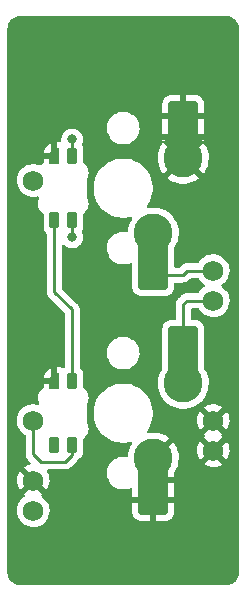
<source format=gbr>
%TF.GenerationSoftware,KiCad,Pcbnew,(6.0.7-1)-1*%
%TF.CreationDate,2022-12-25T16:24:34+07:00*%
%TF.ProjectId,pcb,7063622e-6b69-4636-9164-5f7063625858,rev?*%
%TF.SameCoordinates,Original*%
%TF.FileFunction,Copper,L1,Top*%
%TF.FilePolarity,Positive*%
%FSLAX46Y46*%
G04 Gerber Fmt 4.6, Leading zero omitted, Abs format (unit mm)*
G04 Created by KiCad (PCBNEW (6.0.7-1)-1) date 2022-12-25 16:24:34*
%MOMM*%
%LPD*%
G01*
G04 APERTURE LIST*
G04 Aperture macros list*
%AMRoundRect*
0 Rectangle with rounded corners*
0 $1 Rounding radius*
0 $2 $3 $4 $5 $6 $7 $8 $9 X,Y pos of 4 corners*
0 Add a 4 corners polygon primitive as box body*
4,1,4,$2,$3,$4,$5,$6,$7,$8,$9,$2,$3,0*
0 Add four circle primitives for the rounded corners*
1,1,$1+$1,$2,$3*
1,1,$1+$1,$4,$5*
1,1,$1+$1,$6,$7*
1,1,$1+$1,$8,$9*
0 Add four rect primitives between the rounded corners*
20,1,$1+$1,$2,$3,$4,$5,0*
20,1,$1+$1,$4,$5,$6,$7,0*
20,1,$1+$1,$6,$7,$8,$9,0*
20,1,$1+$1,$8,$9,$2,$3,0*%
%AMFreePoly0*
4,1,18,-0.410000,0.265000,0.000000,0.675000,0.328000,0.675000,0.359380,0.668758,0.385983,0.650983,0.403758,0.624380,0.410000,0.593000,0.410000,-0.593000,0.403758,-0.624380,0.385983,-0.650983,0.359380,-0.668758,0.328000,-0.675000,-0.328000,-0.675000,-0.359380,-0.668758,-0.385983,-0.650983,-0.403758,-0.624380,-0.410000,-0.593000,-0.410000,0.265000,-0.410000,0.265000,$1*%
G04 Aperture macros list end*
%TA.AperFunction,ComponentPad*%
%ADD10C,1.752600*%
%TD*%
%TA.AperFunction,SMDPad,CuDef*%
%ADD11RoundRect,0.250000X-1.000000X1.025000X-1.000000X-1.025000X1.000000X-1.025000X1.000000X1.025000X0*%
%TD*%
%TA.AperFunction,ComponentPad*%
%ADD12C,3.300000*%
%TD*%
%TA.AperFunction,SMDPad,CuDef*%
%ADD13R,2.500000X1.650000*%
%TD*%
%TA.AperFunction,SMDPad,CuDef*%
%ADD14RoundRect,0.082000X-0.328000X-0.593000X0.328000X-0.593000X0.328000X0.593000X-0.328000X0.593000X0*%
%TD*%
%TA.AperFunction,SMDPad,CuDef*%
%ADD15FreePoly0,0.000000*%
%TD*%
%TA.AperFunction,ViaPad*%
%ADD16C,0.800000*%
%TD*%
%TA.AperFunction,Conductor*%
%ADD17C,0.250000*%
%TD*%
G04 APERTURE END LIST*
D10*
%TO.P,U1,3,GND*%
%TO.N,GND*%
X136525000Y-83343750D03*
%TO.P,U1,4,GND*%
X136525000Y-80803750D03*
%TO.P,U1,8,5/PC6*%
%TO.N,sw2*%
X136525000Y-70643750D03*
%TO.P,U1,9,6/PD7*%
%TO.N,sw1*%
X136525000Y-68103750D03*
%TO.P,U1,13,10/PB6*%
%TO.N,led 1*%
X121285000Y-60483750D03*
%TO.P,U1,21,VCC*%
%TO.N,vcc1*%
X121285000Y-80803750D03*
%TO.P,U1,23,GND*%
%TO.N,GND*%
X121285000Y-85883750D03*
%TO.P,U1,24,RAW*%
%TO.N,unconnected-(U1-Pad24)*%
X121285000Y-88423750D03*
%TD*%
D11*
%TO.P,SW2,1,1*%
%TO.N,GND*%
X131445000Y-87528750D03*
D12*
X131445000Y-83978750D03*
D13*
X131445000Y-85803750D03*
D12*
%TO.P,SW2,2,2*%
%TO.N,sw2*%
X133985000Y-77628750D03*
D11*
X133985000Y-74078750D03*
D13*
X133985000Y-75828750D03*
%TD*%
D14*
%TO.P,LED1,1,VDD*%
%TO.N,vcc1*%
X124575000Y-63843750D03*
%TO.P,LED1,2,DOUT*%
%TO.N,led 2*%
X123075000Y-63843750D03*
%TO.P,LED1,3,DIN*%
%TO.N,led 1*%
X124575000Y-58393750D03*
D15*
%TO.P,LED1,4,VSS*%
%TO.N,GND*%
X123075000Y-58393750D03*
%TD*%
D11*
%TO.P,SW1,1,1*%
%TO.N,sw1*%
X131445000Y-68478750D03*
D13*
X131445000Y-66753750D03*
D12*
X131445000Y-64928750D03*
D11*
%TO.P,SW1,2,2*%
%TO.N,GND*%
X133985000Y-55028750D03*
D12*
X133985000Y-58578750D03*
D13*
X133985000Y-56778750D03*
%TD*%
D14*
%TO.P,LED2,1,VDD*%
%TO.N,vcc1*%
X124575000Y-82893750D03*
%TO.P,LED2,2,DOUT*%
%TO.N,unconnected-(LED2-Pad2)*%
X123075000Y-82893750D03*
%TO.P,LED2,3,DIN*%
%TO.N,led 2*%
X124575000Y-77443750D03*
D15*
%TO.P,LED2,4,VSS*%
%TO.N,GND*%
X123075000Y-77443750D03*
%TD*%
D16*
%TO.N,vcc1*%
X124575000Y-65290000D03*
%TO.N,led 1*%
X124575000Y-56991250D03*
%TD*%
D17*
%TO.N,vcc1*%
X124575000Y-82893750D02*
X124575000Y-83705000D01*
X123983750Y-84296250D02*
X121920000Y-84296250D01*
X124575000Y-63843750D02*
X124575000Y-65290000D01*
X121285000Y-83661250D02*
X121285000Y-80803750D01*
X124575000Y-83705000D02*
X123983750Y-84296250D01*
X121920000Y-84296250D02*
X121285000Y-83661250D01*
%TO.N,led 2*%
X124575000Y-77443750D02*
X124575000Y-71393750D01*
X123075000Y-63843750D02*
X123075000Y-69893750D01*
X124575000Y-71393750D02*
X123075000Y-69893750D01*
%TO.N,led 1*%
X124575000Y-58393750D02*
X124575000Y-56991250D01*
%TO.N,sw1*%
X136525000Y-68103750D02*
X134331250Y-68103750D01*
X131445000Y-68478750D02*
X133956250Y-68478750D01*
X133956250Y-68478750D02*
X134331250Y-68103750D01*
%TO.N,sw2*%
X133985000Y-74078750D02*
X133985000Y-70961250D01*
X133985000Y-70961250D02*
X134302500Y-70643750D01*
X134302500Y-70643750D02*
X136525000Y-70643750D01*
%TD*%
%TA.AperFunction,Conductor*%
%TO.N,GND*%
G36*
X137606265Y-46547501D02*
G01*
X137619319Y-46549534D01*
X137629958Y-46551191D01*
X137642635Y-46549534D01*
X137669948Y-46548951D01*
X137759835Y-46556818D01*
X137812614Y-46561437D01*
X137834243Y-46565251D01*
X137994623Y-46608229D01*
X138015245Y-46615735D01*
X138165737Y-46685914D01*
X138184745Y-46696890D01*
X138320754Y-46792128D01*
X138337578Y-46806246D01*
X138454979Y-46923651D01*
X138469096Y-46940476D01*
X138564324Y-47076480D01*
X138575305Y-47095500D01*
X138645464Y-47245957D01*
X138645472Y-47245975D01*
X138652984Y-47266614D01*
X138695954Y-47426987D01*
X138699768Y-47448615D01*
X138711665Y-47584598D01*
X138711118Y-47600872D01*
X138711550Y-47600877D01*
X138711440Y-47609853D01*
X138710059Y-47618724D01*
X138711223Y-47627626D01*
X138711223Y-47627628D01*
X138714186Y-47650283D01*
X138715250Y-47666621D01*
X138715250Y-93613133D01*
X138713750Y-93632518D01*
X138711440Y-93647351D01*
X138711440Y-93647355D01*
X138710059Y-93656224D01*
X138711716Y-93668898D01*
X138712300Y-93696211D01*
X138699816Y-93838893D01*
X138696003Y-93860521D01*
X138653036Y-94020886D01*
X138653031Y-94020903D01*
X138645522Y-94041536D01*
X138575360Y-94192000D01*
X138575348Y-94192026D01*
X138564367Y-94211045D01*
X138469134Y-94347056D01*
X138455017Y-94363881D01*
X138337610Y-94481292D01*
X138320786Y-94495410D01*
X138184776Y-94590649D01*
X138165756Y-94601630D01*
X138015271Y-94671807D01*
X137994632Y-94679320D01*
X137834249Y-94722299D01*
X137812620Y-94726113D01*
X137733188Y-94733065D01*
X137677047Y-94737978D01*
X137660360Y-94737417D01*
X137660355Y-94737799D01*
X137651380Y-94737690D01*
X137642510Y-94736309D01*
X137633610Y-94737473D01*
X137633608Y-94737473D01*
X137610956Y-94740436D01*
X137594615Y-94741500D01*
X120223125Y-94741500D01*
X120203735Y-94739999D01*
X120188916Y-94737691D01*
X120180042Y-94736309D01*
X120167365Y-94737966D01*
X120140052Y-94738549D01*
X120050165Y-94730682D01*
X119997386Y-94726063D01*
X119975758Y-94722249D01*
X119940232Y-94712729D01*
X119815377Y-94679271D01*
X119794755Y-94671765D01*
X119644263Y-94601586D01*
X119625255Y-94590610D01*
X119489244Y-94495370D01*
X119472422Y-94481254D01*
X119355021Y-94363849D01*
X119340904Y-94347024D01*
X119245676Y-94211020D01*
X119234695Y-94192000D01*
X119195637Y-94108239D01*
X119164527Y-94041522D01*
X119157016Y-94020886D01*
X119114046Y-93860513D01*
X119110232Y-93838885D01*
X119098335Y-93702902D01*
X119098882Y-93686628D01*
X119098450Y-93686623D01*
X119098560Y-93677647D01*
X119099941Y-93668776D01*
X119095814Y-93637214D01*
X119094750Y-93620879D01*
X119094750Y-88389800D01*
X119895869Y-88389800D01*
X119896166Y-88394952D01*
X119896166Y-88394956D01*
X119900983Y-88478490D01*
X119908977Y-88617137D01*
X119910112Y-88622174D01*
X119910113Y-88622180D01*
X119928317Y-88702956D01*
X119959039Y-88839281D01*
X119960983Y-88844067D01*
X119960984Y-88844072D01*
X120033054Y-89021557D01*
X120044711Y-89050265D01*
X120163692Y-89244424D01*
X120312786Y-89416543D01*
X120487989Y-89561999D01*
X120492441Y-89564601D01*
X120492446Y-89564604D01*
X120586540Y-89619588D01*
X120684597Y-89676888D01*
X120897329Y-89758122D01*
X120902395Y-89759153D01*
X120902396Y-89759153D01*
X120954630Y-89769780D01*
X121120472Y-89803521D01*
X121248288Y-89808208D01*
X121342870Y-89811677D01*
X121342875Y-89811677D01*
X121348034Y-89811866D01*
X121353154Y-89811210D01*
X121353156Y-89811210D01*
X121425344Y-89801962D01*
X121573903Y-89782931D01*
X121578852Y-89781446D01*
X121578858Y-89781445D01*
X121705204Y-89743539D01*
X121792013Y-89717495D01*
X121996507Y-89617314D01*
X122000711Y-89614316D01*
X122000715Y-89614313D01*
X122078683Y-89558699D01*
X122181893Y-89485080D01*
X122343193Y-89324342D01*
X122361484Y-89298888D01*
X122473055Y-89143619D01*
X122476073Y-89139419D01*
X122528690Y-89032958D01*
X122574673Y-88939918D01*
X122574674Y-88939916D01*
X122576967Y-88935276D01*
X122643164Y-88717396D01*
X122655700Y-88622180D01*
X122658509Y-88600845D01*
X129687001Y-88600845D01*
X129687338Y-88607364D01*
X129697257Y-88702956D01*
X129700149Y-88716350D01*
X129751588Y-88870534D01*
X129757761Y-88883712D01*
X129843063Y-89021557D01*
X129852099Y-89032958D01*
X129966829Y-89147489D01*
X129978240Y-89156501D01*
X130116243Y-89241566D01*
X130129424Y-89247713D01*
X130283710Y-89298888D01*
X130297086Y-89301755D01*
X130391438Y-89311422D01*
X130397854Y-89311750D01*
X131172885Y-89311750D01*
X131188124Y-89307275D01*
X131189329Y-89305885D01*
X131191000Y-89298202D01*
X131191000Y-89293634D01*
X131699000Y-89293634D01*
X131703475Y-89308873D01*
X131704865Y-89310078D01*
X131712548Y-89311749D01*
X132492095Y-89311749D01*
X132498614Y-89311412D01*
X132594206Y-89301493D01*
X132607600Y-89298601D01*
X132761784Y-89247162D01*
X132774962Y-89240989D01*
X132912807Y-89155687D01*
X132924208Y-89146651D01*
X133038739Y-89031921D01*
X133047751Y-89020510D01*
X133132816Y-88882507D01*
X133138963Y-88869326D01*
X133190138Y-88715040D01*
X133193005Y-88701664D01*
X133202672Y-88607312D01*
X133203000Y-88600896D01*
X133203000Y-87800865D01*
X133198525Y-87785626D01*
X133197135Y-87784421D01*
X133189452Y-87782750D01*
X131717115Y-87782750D01*
X131701876Y-87787225D01*
X131700671Y-87788615D01*
X131699000Y-87796298D01*
X131699000Y-89293634D01*
X131191000Y-89293634D01*
X131191000Y-87800865D01*
X131186525Y-87785626D01*
X131185135Y-87784421D01*
X131177452Y-87782750D01*
X129705116Y-87782750D01*
X129689877Y-87787225D01*
X129688672Y-87788615D01*
X129687001Y-87796298D01*
X129687001Y-88600845D01*
X122658509Y-88600845D01*
X122672450Y-88494951D01*
X122672451Y-88494944D01*
X122672887Y-88491629D01*
X122674546Y-88423750D01*
X122667179Y-88334143D01*
X122656311Y-88201952D01*
X122656310Y-88201946D01*
X122655887Y-88196801D01*
X122600413Y-87975947D01*
X122598354Y-87971211D01*
X122511672Y-87771856D01*
X122511670Y-87771853D01*
X122509612Y-87767119D01*
X122385923Y-87575925D01*
X122232668Y-87407500D01*
X122053963Y-87266368D01*
X122046849Y-87262441D01*
X122046006Y-87261590D01*
X122045131Y-87261009D01*
X122045251Y-87260828D01*
X121996876Y-87212011D01*
X121982100Y-87142569D01*
X122007214Y-87076163D01*
X122034568Y-87049552D01*
X122053103Y-87036331D01*
X122061504Y-87025631D01*
X122054515Y-87012475D01*
X121297812Y-86255772D01*
X121283868Y-86248158D01*
X121282035Y-86248289D01*
X121275420Y-86252540D01*
X120512510Y-87015450D01*
X120505750Y-87027830D01*
X120511031Y-87034884D01*
X120525698Y-87043455D01*
X120574422Y-87095093D01*
X120587493Y-87164876D01*
X120560762Y-87230648D01*
X120537781Y-87253003D01*
X120366579Y-87381545D01*
X120362444Y-87384650D01*
X120205120Y-87549280D01*
X120202206Y-87553552D01*
X120202205Y-87553553D01*
X120130928Y-87658042D01*
X120076797Y-87737395D01*
X119980921Y-87943942D01*
X119920067Y-88163375D01*
X119895869Y-88389800D01*
X119094750Y-88389800D01*
X119094750Y-85854969D01*
X119896668Y-85854969D01*
X119909176Y-86071900D01*
X119910612Y-86082120D01*
X119958382Y-86294089D01*
X119961461Y-86303917D01*
X120043215Y-86505252D01*
X120047858Y-86514443D01*
X120132334Y-86652296D01*
X120142790Y-86661756D01*
X120151568Y-86657972D01*
X120912978Y-85896562D01*
X120920592Y-85882618D01*
X120920461Y-85880785D01*
X120916210Y-85874170D01*
X120155922Y-85113882D01*
X120144386Y-85107582D01*
X120132104Y-85117205D01*
X120080143Y-85193377D01*
X120075058Y-85202328D01*
X119983571Y-85399421D01*
X119980008Y-85409108D01*
X119921942Y-85618486D01*
X119920011Y-85628606D01*
X119896920Y-85844680D01*
X119896668Y-85854969D01*
X119094750Y-85854969D01*
X119094750Y-80769800D01*
X119895869Y-80769800D01*
X119896166Y-80774952D01*
X119896166Y-80774956D01*
X119898379Y-80813330D01*
X119908977Y-80997137D01*
X119910112Y-81002174D01*
X119910113Y-81002180D01*
X119949234Y-81175772D01*
X119959039Y-81219281D01*
X119960983Y-81224067D01*
X119960984Y-81224072D01*
X120033377Y-81402354D01*
X120044711Y-81430265D01*
X120163692Y-81624424D01*
X120312786Y-81796543D01*
X120487989Y-81941999D01*
X120492442Y-81944601D01*
X120492446Y-81944604D01*
X120589071Y-82001067D01*
X120637794Y-82052706D01*
X120651500Y-82109855D01*
X120651500Y-83582483D01*
X120650973Y-83593666D01*
X120649298Y-83601159D01*
X120649547Y-83609085D01*
X120649547Y-83609086D01*
X120651438Y-83669236D01*
X120651500Y-83673195D01*
X120651500Y-83701106D01*
X120651997Y-83705040D01*
X120651997Y-83705041D01*
X120652005Y-83705106D01*
X120652938Y-83716943D01*
X120654327Y-83761139D01*
X120659978Y-83780589D01*
X120663987Y-83799950D01*
X120666526Y-83820047D01*
X120669445Y-83827418D01*
X120669445Y-83827420D01*
X120682804Y-83861162D01*
X120686649Y-83872392D01*
X120691664Y-83889655D01*
X120698982Y-83914843D01*
X120703015Y-83921662D01*
X120703017Y-83921667D01*
X120709293Y-83932278D01*
X120717988Y-83950026D01*
X120725448Y-83968867D01*
X120730110Y-83975283D01*
X120730110Y-83975284D01*
X120751436Y-84004637D01*
X120757952Y-84014557D01*
X120762103Y-84021575D01*
X120780458Y-84052612D01*
X120794779Y-84066933D01*
X120807619Y-84081966D01*
X120819528Y-84098357D01*
X120851456Y-84124770D01*
X120853605Y-84126548D01*
X120862384Y-84134538D01*
X121044919Y-84317073D01*
X121078945Y-84379385D01*
X121073880Y-84450200D01*
X121031333Y-84507036D01*
X120974880Y-84530719D01*
X120968197Y-84531742D01*
X120958177Y-84534129D01*
X120751638Y-84601636D01*
X120742141Y-84605628D01*
X120549400Y-84705961D01*
X120540672Y-84711458D01*
X120515889Y-84730065D01*
X120507436Y-84741390D01*
X120514180Y-84753720D01*
X122414320Y-86653860D01*
X122426330Y-86660419D01*
X122438069Y-86651451D01*
X122472625Y-86603361D01*
X122477936Y-86594522D01*
X122574206Y-86399733D01*
X122578005Y-86390137D01*
X122641170Y-86182241D01*
X122643349Y-86172160D01*
X122671949Y-85954925D01*
X122672468Y-85948252D01*
X122673962Y-85887115D01*
X122673768Y-85880396D01*
X122655816Y-85662044D01*
X122654131Y-85651864D01*
X122601196Y-85441121D01*
X122597876Y-85431370D01*
X122511229Y-85232093D01*
X122506362Y-85223018D01*
X122442428Y-85124190D01*
X122422221Y-85056130D01*
X122442017Y-84987949D01*
X122495532Y-84941295D01*
X122548220Y-84929750D01*
X123904983Y-84929750D01*
X123916166Y-84930277D01*
X123923659Y-84931952D01*
X123931585Y-84931703D01*
X123931586Y-84931703D01*
X123991736Y-84929812D01*
X123995695Y-84929750D01*
X124023606Y-84929750D01*
X124027541Y-84929253D01*
X124027606Y-84929245D01*
X124039443Y-84928312D01*
X124071701Y-84927298D01*
X124075720Y-84927172D01*
X124083639Y-84926923D01*
X124103093Y-84921271D01*
X124122450Y-84917263D01*
X124134680Y-84915718D01*
X124134681Y-84915718D01*
X124142547Y-84914724D01*
X124149918Y-84911805D01*
X124149920Y-84911805D01*
X124183662Y-84898446D01*
X124194892Y-84894601D01*
X124229733Y-84884479D01*
X124229734Y-84884479D01*
X124237343Y-84882268D01*
X124244162Y-84878235D01*
X124244167Y-84878233D01*
X124254778Y-84871957D01*
X124272526Y-84863262D01*
X124291367Y-84855802D01*
X124299699Y-84849749D01*
X124327137Y-84829814D01*
X124337057Y-84823298D01*
X124368285Y-84804830D01*
X124368288Y-84804828D01*
X124375112Y-84800792D01*
X124389433Y-84786471D01*
X124404467Y-84773630D01*
X124414443Y-84766382D01*
X124420857Y-84761722D01*
X124449038Y-84727657D01*
X124457028Y-84718876D01*
X124967258Y-84208647D01*
X124975537Y-84201113D01*
X124982018Y-84197000D01*
X125028644Y-84147348D01*
X125031398Y-84144507D01*
X125051135Y-84124770D01*
X125053615Y-84121573D01*
X125061320Y-84112551D01*
X125091586Y-84080321D01*
X125095405Y-84073375D01*
X125100065Y-84066961D01*
X125102046Y-84068400D01*
X125143778Y-84026909D01*
X125155626Y-84021261D01*
X125171810Y-84014557D01*
X125200798Y-84002550D01*
X125269234Y-83950037D01*
X125317596Y-83912928D01*
X125317599Y-83912925D01*
X125324149Y-83907899D01*
X125351395Y-83872392D01*
X125376981Y-83839047D01*
X125418800Y-83784547D01*
X125423706Y-83772705D01*
X125475142Y-83648527D01*
X125478301Y-83640901D01*
X125482490Y-83609086D01*
X125492962Y-83529538D01*
X125492962Y-83529537D01*
X125493500Y-83525451D01*
X125493499Y-82394730D01*
X125513501Y-82326609D01*
X125553380Y-82287472D01*
X125564219Y-82280790D01*
X125569102Y-82277780D01*
X125574468Y-82272935D01*
X125580293Y-82267674D01*
X125705701Y-82154432D01*
X125795356Y-82037548D01*
X125814224Y-82012950D01*
X125814225Y-82012949D01*
X125817717Y-82008396D01*
X125901447Y-81844496D01*
X125908319Y-81821494D01*
X125952485Y-81673643D01*
X125954127Y-81668147D01*
X125974014Y-81485175D01*
X125971021Y-81444658D01*
X125964295Y-81353625D01*
X125960453Y-81301627D01*
X125913891Y-81123565D01*
X125855091Y-80997941D01*
X125851389Y-80989183D01*
X125843063Y-80967205D01*
X125843062Y-80967203D01*
X125844043Y-80966831D01*
X125833500Y-80919608D01*
X125833500Y-80326188D01*
X126402600Y-80326188D01*
X126442064Y-80638580D01*
X126520370Y-80943563D01*
X126521823Y-80947232D01*
X126521823Y-80947233D01*
X126525504Y-80956530D01*
X126636284Y-81236327D01*
X126638186Y-81239786D01*
X126638187Y-81239789D01*
X126740271Y-81425478D01*
X126787976Y-81512254D01*
X126973055Y-81766994D01*
X127188602Y-81996528D01*
X127431218Y-82197237D01*
X127697076Y-82365956D01*
X127700655Y-82367640D01*
X127700662Y-82367644D01*
X127978394Y-82498334D01*
X127978398Y-82498336D01*
X127981984Y-82500023D01*
X128281448Y-82597325D01*
X128590746Y-82656327D01*
X128684300Y-82662213D01*
X128824358Y-82671025D01*
X128824374Y-82671026D01*
X128826353Y-82671150D01*
X128983647Y-82671150D01*
X128985626Y-82671026D01*
X128985642Y-82671025D01*
X129125700Y-82662213D01*
X129219254Y-82656327D01*
X129267540Y-82647116D01*
X129510007Y-82600863D01*
X129580669Y-82607746D01*
X129636393Y-82651739D01*
X129659485Y-82718875D01*
X129642616Y-82787839D01*
X129635939Y-82798158D01*
X129609148Y-82835441D01*
X129604636Y-82842718D01*
X129470973Y-83095164D01*
X129467487Y-83102992D01*
X129369318Y-83371249D01*
X129366929Y-83379472D01*
X129306074Y-83658580D01*
X129304825Y-83667037D01*
X129296509Y-83772705D01*
X129271224Y-83839047D01*
X129214086Y-83881187D01*
X129148477Y-83886809D01*
X129103243Y-83878629D01*
X129039754Y-83867148D01*
X129039746Y-83867147D01*
X129035670Y-83866410D01*
X129031531Y-83866215D01*
X129031524Y-83866214D01*
X129012560Y-83865320D01*
X129012551Y-83865320D01*
X129011071Y-83865250D01*
X128846050Y-83865250D01*
X128764701Y-83872153D01*
X128676363Y-83879648D01*
X128676359Y-83879649D01*
X128671052Y-83880099D01*
X128665897Y-83881437D01*
X128665891Y-83881438D01*
X128488177Y-83927564D01*
X128443794Y-83939083D01*
X128438928Y-83941275D01*
X128438925Y-83941276D01*
X128234583Y-84033326D01*
X128234580Y-84033327D01*
X128229722Y-84035516D01*
X128034959Y-84166638D01*
X127865073Y-84328701D01*
X127724922Y-84517071D01*
X127722506Y-84521822D01*
X127722504Y-84521826D01*
X127622319Y-84718876D01*
X127618513Y-84726362D01*
X127616931Y-84731457D01*
X127554754Y-84931703D01*
X127548889Y-84950590D01*
X127548188Y-84955879D01*
X127527246Y-85113882D01*
X127518039Y-85183343D01*
X127526848Y-85417966D01*
X127544642Y-85502772D01*
X127568922Y-85618486D01*
X127575062Y-85647751D01*
X127661302Y-85866127D01*
X127783104Y-86066850D01*
X127936985Y-86244182D01*
X127941117Y-86247570D01*
X128114416Y-86389667D01*
X128114422Y-86389671D01*
X128118544Y-86393051D01*
X128123180Y-86395690D01*
X128123183Y-86395692D01*
X128239642Y-86461984D01*
X128322590Y-86509201D01*
X128543289Y-86589311D01*
X128548538Y-86590260D01*
X128548541Y-86590261D01*
X128629615Y-86604921D01*
X128774330Y-86631090D01*
X128778469Y-86631285D01*
X128778476Y-86631286D01*
X128797440Y-86632180D01*
X128797449Y-86632180D01*
X128798929Y-86632250D01*
X128963950Y-86632250D01*
X129045299Y-86625347D01*
X129133637Y-86617852D01*
X129133641Y-86617851D01*
X129138948Y-86617401D01*
X129144103Y-86616063D01*
X129144109Y-86616062D01*
X129361035Y-86559759D01*
X129361034Y-86559759D01*
X129366206Y-86558417D01*
X129371072Y-86556225D01*
X129371075Y-86556224D01*
X129471416Y-86511023D01*
X129509250Y-86493980D01*
X129579574Y-86484239D01*
X129644002Y-86514064D01*
X129682077Y-86573987D01*
X129687000Y-86608862D01*
X129687000Y-87256635D01*
X129691475Y-87271874D01*
X129692865Y-87273079D01*
X129700548Y-87274750D01*
X131172885Y-87274750D01*
X131188124Y-87270275D01*
X131189329Y-87268885D01*
X131191000Y-87261202D01*
X131191000Y-87256635D01*
X131699000Y-87256635D01*
X131703475Y-87271874D01*
X131704865Y-87273079D01*
X131712548Y-87274750D01*
X133184884Y-87274750D01*
X133200123Y-87270275D01*
X133201328Y-87268885D01*
X133202999Y-87261202D01*
X133202999Y-86676855D01*
X133203000Y-86676823D01*
X133203000Y-86075865D01*
X133198525Y-86060626D01*
X133197135Y-86059421D01*
X133189452Y-86057750D01*
X131717115Y-86057750D01*
X131701876Y-86062225D01*
X131700671Y-86063615D01*
X131699000Y-86071298D01*
X131699000Y-87256635D01*
X131191000Y-87256635D01*
X131191000Y-85675750D01*
X131211002Y-85607629D01*
X131264658Y-85561136D01*
X131317000Y-85549750D01*
X133184884Y-85549750D01*
X133200123Y-85545275D01*
X133201328Y-85543885D01*
X133202999Y-85536202D01*
X133202999Y-85272076D01*
X133223001Y-85203955D01*
X133227452Y-85197482D01*
X133268780Y-85141221D01*
X133273364Y-85133998D01*
X133409667Y-84882959D01*
X133413235Y-84875165D01*
X133514205Y-84607956D01*
X133516682Y-84599750D01*
X133542315Y-84487830D01*
X135745750Y-84487830D01*
X135751031Y-84494884D01*
X135920353Y-84593828D01*
X135929640Y-84598278D01*
X136132638Y-84675795D01*
X136142540Y-84678672D01*
X136355456Y-84721990D01*
X136365708Y-84723213D01*
X136582847Y-84731175D01*
X136593133Y-84730708D01*
X136808670Y-84703097D01*
X136818748Y-84700955D01*
X137026877Y-84638513D01*
X137036475Y-84634752D01*
X137231615Y-84539154D01*
X137240454Y-84533885D01*
X137293104Y-84496330D01*
X137301504Y-84485631D01*
X137294515Y-84472475D01*
X136537812Y-83715772D01*
X136523868Y-83708158D01*
X136522035Y-83708289D01*
X136515420Y-83712540D01*
X135752510Y-84475450D01*
X135745750Y-84487830D01*
X133542315Y-84487830D01*
X133580454Y-84321308D01*
X133581794Y-84312847D01*
X133607349Y-84026514D01*
X133607595Y-84021575D01*
X133608017Y-83981235D01*
X133607874Y-83976269D01*
X133588322Y-83689468D01*
X133587161Y-83680994D01*
X133529231Y-83401262D01*
X133526932Y-83393027D01*
X133499290Y-83314969D01*
X135136668Y-83314969D01*
X135149176Y-83531900D01*
X135150612Y-83542120D01*
X135198382Y-83754089D01*
X135201461Y-83763917D01*
X135283215Y-83965252D01*
X135287858Y-83974443D01*
X135372334Y-84112296D01*
X135382790Y-84121756D01*
X135391568Y-84117972D01*
X136152978Y-83356562D01*
X136159356Y-83344882D01*
X136889408Y-83344882D01*
X136889539Y-83346715D01*
X136893790Y-83353330D01*
X137654320Y-84113860D01*
X137666330Y-84120419D01*
X137678069Y-84111451D01*
X137712625Y-84063361D01*
X137717936Y-84054522D01*
X137814206Y-83859733D01*
X137818005Y-83850137D01*
X137881170Y-83642241D01*
X137883349Y-83632160D01*
X137911949Y-83414925D01*
X137912468Y-83408252D01*
X137913962Y-83347115D01*
X137913768Y-83340396D01*
X137895816Y-83122044D01*
X137894131Y-83111864D01*
X137841196Y-82901121D01*
X137837876Y-82891370D01*
X137751229Y-82692093D01*
X137746362Y-82683018D01*
X137677083Y-82575928D01*
X137666398Y-82566725D01*
X137656831Y-82571129D01*
X136897022Y-83330938D01*
X136889408Y-83344882D01*
X136159356Y-83344882D01*
X136160592Y-83342618D01*
X136160461Y-83340785D01*
X136156210Y-83334170D01*
X135395922Y-82573882D01*
X135384386Y-82567582D01*
X135372104Y-82577205D01*
X135320143Y-82653377D01*
X135315058Y-82662328D01*
X135223571Y-82859421D01*
X135220008Y-82869108D01*
X135161942Y-83078486D01*
X135160011Y-83088606D01*
X135136920Y-83304680D01*
X135136668Y-83314969D01*
X133499290Y-83314969D01*
X133431574Y-83123743D01*
X133428177Y-83115893D01*
X133297155Y-82862042D01*
X133292727Y-82854730D01*
X133152701Y-82655496D01*
X133142180Y-82647116D01*
X133128792Y-82654168D01*
X131534095Y-84248865D01*
X131471783Y-84282891D01*
X131400968Y-84277826D01*
X131355905Y-84248865D01*
X131174885Y-84067845D01*
X131140859Y-84005533D01*
X131145924Y-83934718D01*
X131174885Y-83889655D01*
X132768199Y-82296341D01*
X132775390Y-82283172D01*
X132768068Y-82272935D01*
X132701328Y-82218310D01*
X132694356Y-82213355D01*
X132450791Y-82064098D01*
X132443193Y-82060126D01*
X132187378Y-81947830D01*
X135745750Y-81947830D01*
X135751031Y-81954884D01*
X135766168Y-81963730D01*
X135814891Y-82015369D01*
X135827961Y-82085152D01*
X135801229Y-82150924D01*
X135778248Y-82173278D01*
X135755889Y-82190065D01*
X135747436Y-82201390D01*
X135754180Y-82213720D01*
X136512188Y-82971728D01*
X136526132Y-82979342D01*
X136527965Y-82979211D01*
X136534580Y-82974960D01*
X137297115Y-82212425D01*
X137304136Y-82199569D01*
X137296607Y-82189236D01*
X137289165Y-82184292D01*
X137286397Y-82182764D01*
X137285494Y-82181853D01*
X137284853Y-82181427D01*
X137284941Y-82181295D01*
X137236424Y-82132334D01*
X137221648Y-82062892D01*
X137246761Y-81996485D01*
X137274117Y-81969873D01*
X137293104Y-81956330D01*
X137301504Y-81945631D01*
X137294515Y-81932475D01*
X136537812Y-81175772D01*
X136523868Y-81168158D01*
X136522035Y-81168289D01*
X136515420Y-81172540D01*
X135752510Y-81935450D01*
X135745750Y-81947830D01*
X132187378Y-81947830D01*
X132181633Y-81945308D01*
X132173579Y-81942409D01*
X131898852Y-81864152D01*
X131890474Y-81862370D01*
X131607668Y-81822121D01*
X131599121Y-81821494D01*
X131313467Y-81819997D01*
X131304933Y-81820534D01*
X131035196Y-81856046D01*
X130965048Y-81845107D01*
X130911949Y-81797979D01*
X130892759Y-81729625D01*
X130916814Y-81657063D01*
X130977265Y-81573860D01*
X131022024Y-81512254D01*
X131069730Y-81425478D01*
X131171813Y-81239789D01*
X131171814Y-81239786D01*
X131173716Y-81236327D01*
X131284496Y-80956530D01*
X131288177Y-80947233D01*
X131288177Y-80947232D01*
X131289630Y-80943563D01*
X131332917Y-80774969D01*
X135136668Y-80774969D01*
X135149176Y-80991900D01*
X135150612Y-81002120D01*
X135198382Y-81214089D01*
X135201461Y-81223917D01*
X135283215Y-81425252D01*
X135287858Y-81434443D01*
X135372334Y-81572296D01*
X135382790Y-81581756D01*
X135391568Y-81577972D01*
X136152978Y-80816562D01*
X136159356Y-80804882D01*
X136889408Y-80804882D01*
X136889539Y-80806715D01*
X136893790Y-80813330D01*
X137654320Y-81573860D01*
X137666330Y-81580419D01*
X137678069Y-81571451D01*
X137712625Y-81523361D01*
X137717936Y-81514522D01*
X137814206Y-81319733D01*
X137818005Y-81310137D01*
X137881170Y-81102241D01*
X137883349Y-81092160D01*
X137911949Y-80874925D01*
X137912468Y-80868252D01*
X137913962Y-80807115D01*
X137913768Y-80800396D01*
X137895816Y-80582044D01*
X137894131Y-80571864D01*
X137841196Y-80361121D01*
X137837876Y-80351370D01*
X137751229Y-80152093D01*
X137746362Y-80143018D01*
X137677083Y-80035928D01*
X137666398Y-80026725D01*
X137656831Y-80031129D01*
X136897022Y-80790938D01*
X136889408Y-80804882D01*
X136159356Y-80804882D01*
X136160592Y-80802618D01*
X136160461Y-80800785D01*
X136156210Y-80794170D01*
X135395922Y-80033882D01*
X135384386Y-80027582D01*
X135372104Y-80037205D01*
X135320143Y-80113377D01*
X135315058Y-80122328D01*
X135223571Y-80319421D01*
X135220008Y-80329108D01*
X135161942Y-80538486D01*
X135160011Y-80548606D01*
X135136920Y-80764680D01*
X135136668Y-80774969D01*
X131332917Y-80774969D01*
X131367936Y-80638580D01*
X131407400Y-80326188D01*
X131407400Y-80011312D01*
X131367936Y-79698920D01*
X131289630Y-79393937D01*
X131173716Y-79101173D01*
X131171813Y-79097711D01*
X131023933Y-78828718D01*
X131023931Y-78828715D01*
X131022024Y-78825246D01*
X130836945Y-78570506D01*
X130621398Y-78340972D01*
X130378782Y-78140263D01*
X130112924Y-77971544D01*
X130109345Y-77969860D01*
X130109338Y-77969856D01*
X129831606Y-77839166D01*
X129831602Y-77839164D01*
X129828016Y-77837477D01*
X129528552Y-77740175D01*
X129219254Y-77681173D01*
X129125700Y-77675287D01*
X128985642Y-77666475D01*
X128985626Y-77666474D01*
X128983647Y-77666350D01*
X128826353Y-77666350D01*
X128824374Y-77666474D01*
X128824358Y-77666475D01*
X128684300Y-77675287D01*
X128590746Y-77681173D01*
X128281448Y-77740175D01*
X127981984Y-77837477D01*
X127978398Y-77839164D01*
X127978394Y-77839166D01*
X127700662Y-77969856D01*
X127700655Y-77969860D01*
X127697076Y-77971544D01*
X127431218Y-78140263D01*
X127188602Y-78340972D01*
X126973055Y-78570506D01*
X126787976Y-78825246D01*
X126786069Y-78828715D01*
X126786067Y-78828718D01*
X126638187Y-79097711D01*
X126636284Y-79101173D01*
X126520370Y-79393937D01*
X126442064Y-79698920D01*
X126402600Y-80011312D01*
X126402600Y-80326188D01*
X125833500Y-80326188D01*
X125833500Y-79423666D01*
X125835000Y-79404282D01*
X125837306Y-79389471D01*
X125847688Y-79355440D01*
X125849532Y-79351502D01*
X125913917Y-79213946D01*
X125960481Y-79035879D01*
X125969888Y-78908552D01*
X125973620Y-78858042D01*
X125973620Y-78858038D01*
X125974042Y-78852325D01*
X125961140Y-78733619D01*
X125954774Y-78675050D01*
X125954773Y-78675047D01*
X125954154Y-78669348D01*
X125923766Y-78567620D01*
X125903114Y-78498484D01*
X125903113Y-78498481D01*
X125901474Y-78492995D01*
X125890232Y-78470988D01*
X125862289Y-78416292D01*
X125817741Y-78329090D01*
X125760208Y-78254083D01*
X125709216Y-78187604D01*
X125709215Y-78187603D01*
X125705722Y-78183049D01*
X125661134Y-78142786D01*
X125573376Y-78063542D01*
X125569119Y-78059698D01*
X125553379Y-78049995D01*
X125505889Y-77997222D01*
X125493500Y-77942738D01*
X125493499Y-76816173D01*
X125493499Y-76812050D01*
X125484668Y-76744960D01*
X125479379Y-76704786D01*
X125479378Y-76704784D01*
X125478301Y-76696599D01*
X125418800Y-76552952D01*
X125345481Y-76457401D01*
X125329178Y-76436154D01*
X125329175Y-76436151D01*
X125324149Y-76429601D01*
X125298459Y-76409888D01*
X125257796Y-76378687D01*
X125215929Y-76321349D01*
X125208500Y-76278724D01*
X125208500Y-75023343D01*
X127518039Y-75023343D01*
X127526848Y-75257966D01*
X127527943Y-75263184D01*
X127552794Y-75381621D01*
X127575062Y-75487751D01*
X127661302Y-75706127D01*
X127783104Y-75906850D01*
X127936985Y-76084182D01*
X127941117Y-76087570D01*
X128114416Y-76229667D01*
X128114422Y-76229671D01*
X128118544Y-76233051D01*
X128123180Y-76235690D01*
X128123183Y-76235692D01*
X128177507Y-76266615D01*
X128322590Y-76349201D01*
X128543289Y-76429311D01*
X128548538Y-76430260D01*
X128548541Y-76430261D01*
X128629615Y-76444921D01*
X128774330Y-76471090D01*
X128778469Y-76471285D01*
X128778476Y-76471286D01*
X128797440Y-76472180D01*
X128797449Y-76472180D01*
X128798929Y-76472250D01*
X128963950Y-76472250D01*
X129045299Y-76465347D01*
X129133637Y-76457852D01*
X129133641Y-76457851D01*
X129138948Y-76457401D01*
X129144103Y-76456063D01*
X129144109Y-76456062D01*
X129361035Y-76399759D01*
X129361034Y-76399759D01*
X129366206Y-76398417D01*
X129371072Y-76396225D01*
X129371075Y-76396224D01*
X129575417Y-76304174D01*
X129575420Y-76304173D01*
X129580278Y-76301984D01*
X129775041Y-76170862D01*
X129944927Y-76008799D01*
X130085078Y-75820429D01*
X130145719Y-75701158D01*
X130189069Y-75615894D01*
X130189069Y-75615893D01*
X130191487Y-75611138D01*
X130261111Y-75386910D01*
X130278202Y-75257966D01*
X130291261Y-75159440D01*
X130291261Y-75159437D01*
X130291961Y-75154157D01*
X130283152Y-74919534D01*
X130265358Y-74834728D01*
X130236035Y-74694976D01*
X130236034Y-74694973D01*
X130234938Y-74689749D01*
X130148698Y-74471373D01*
X130026896Y-74270650D01*
X129873015Y-74093318D01*
X129862938Y-74085056D01*
X129695584Y-73947833D01*
X129695578Y-73947829D01*
X129691456Y-73944449D01*
X129686820Y-73941810D01*
X129686817Y-73941808D01*
X129492053Y-73830942D01*
X129487410Y-73828299D01*
X129266711Y-73748189D01*
X129261462Y-73747240D01*
X129261459Y-73747239D01*
X129180385Y-73732579D01*
X129035670Y-73706410D01*
X129031531Y-73706215D01*
X129031524Y-73706214D01*
X129012560Y-73705320D01*
X129012551Y-73705320D01*
X129011071Y-73705250D01*
X128846050Y-73705250D01*
X128764701Y-73712153D01*
X128676363Y-73719648D01*
X128676359Y-73719649D01*
X128671052Y-73720099D01*
X128665897Y-73721437D01*
X128665891Y-73721438D01*
X128488177Y-73767564D01*
X128443794Y-73779083D01*
X128438928Y-73781275D01*
X128438925Y-73781276D01*
X128234583Y-73873326D01*
X128234580Y-73873327D01*
X128229722Y-73875516D01*
X128034959Y-74006638D01*
X127865073Y-74168701D01*
X127724922Y-74357071D01*
X127722506Y-74361822D01*
X127722504Y-74361826D01*
X127620931Y-74561606D01*
X127618513Y-74566362D01*
X127548889Y-74790590D01*
X127548188Y-74795879D01*
X127531092Y-74924866D01*
X127518039Y-75023343D01*
X125208500Y-75023343D01*
X125208500Y-71472513D01*
X125209027Y-71461329D01*
X125210701Y-71453841D01*
X125208562Y-71385782D01*
X125208500Y-71381825D01*
X125208500Y-71353894D01*
X125207994Y-71349888D01*
X125207061Y-71338042D01*
X125207042Y-71337415D01*
X125205673Y-71293860D01*
X125200022Y-71274408D01*
X125196014Y-71255056D01*
X125194467Y-71242813D01*
X125193474Y-71234953D01*
X125190556Y-71227582D01*
X125177200Y-71193847D01*
X125173355Y-71182620D01*
X125166759Y-71159918D01*
X125161018Y-71140157D01*
X125156984Y-71133335D01*
X125156981Y-71133329D01*
X125150706Y-71122718D01*
X125142010Y-71104968D01*
X125137472Y-71093506D01*
X125137469Y-71093501D01*
X125134552Y-71086133D01*
X125108573Y-71050375D01*
X125102057Y-71040457D01*
X125083575Y-71009207D01*
X125079542Y-71002387D01*
X125065218Y-70988063D01*
X125052376Y-70973028D01*
X125040472Y-70956643D01*
X125006406Y-70928461D01*
X124997627Y-70920472D01*
X123745405Y-69668250D01*
X123711379Y-69605938D01*
X123708500Y-69579155D01*
X123708500Y-66013626D01*
X123728502Y-65945505D01*
X123782158Y-65899012D01*
X123852432Y-65888908D01*
X123917012Y-65918402D01*
X123928136Y-65929316D01*
X123963747Y-65968866D01*
X124118248Y-66081118D01*
X124124276Y-66083802D01*
X124124278Y-66083803D01*
X124282209Y-66154118D01*
X124292712Y-66158794D01*
X124386112Y-66178647D01*
X124473056Y-66197128D01*
X124473061Y-66197128D01*
X124479513Y-66198500D01*
X124670487Y-66198500D01*
X124676939Y-66197128D01*
X124676944Y-66197128D01*
X124763888Y-66178647D01*
X124857288Y-66158794D01*
X124867791Y-66154118D01*
X125025722Y-66083803D01*
X125025724Y-66083802D01*
X125031752Y-66081118D01*
X125186253Y-65968866D01*
X125249150Y-65899012D01*
X125309621Y-65831852D01*
X125309622Y-65831851D01*
X125314040Y-65826944D01*
X125409527Y-65661556D01*
X125468542Y-65479928D01*
X125469894Y-65467071D01*
X125487814Y-65296565D01*
X125488504Y-65290000D01*
X125468542Y-65100072D01*
X125409527Y-64918444D01*
X125395017Y-64893313D01*
X125378279Y-64824320D01*
X125404174Y-64753608D01*
X125413773Y-64741099D01*
X125413775Y-64741096D01*
X125418800Y-64734547D01*
X125478301Y-64590901D01*
X125493500Y-64475451D01*
X125493499Y-63344730D01*
X125513501Y-63276609D01*
X125553380Y-63237472D01*
X125564219Y-63230790D01*
X125569102Y-63227780D01*
X125705701Y-63104432D01*
X125777053Y-63011410D01*
X125814224Y-62962950D01*
X125814225Y-62962949D01*
X125817717Y-62958396D01*
X125901447Y-62794496D01*
X125908281Y-62771621D01*
X125952485Y-62623643D01*
X125954127Y-62618147D01*
X125955393Y-62606505D01*
X125973394Y-62440878D01*
X125974014Y-62435175D01*
X125971021Y-62394658D01*
X125964295Y-62303625D01*
X125960453Y-62251627D01*
X125913891Y-62073565D01*
X125911452Y-62068353D01*
X125861875Y-61962436D01*
X125855091Y-61947941D01*
X125851389Y-61939183D01*
X125843063Y-61917205D01*
X125843062Y-61917203D01*
X125844043Y-61916831D01*
X125833500Y-61869608D01*
X125833500Y-61276188D01*
X126402600Y-61276188D01*
X126442064Y-61588580D01*
X126520370Y-61893563D01*
X126521823Y-61897232D01*
X126521823Y-61897233D01*
X126527471Y-61911497D01*
X126636284Y-62186327D01*
X126638186Y-62189786D01*
X126638187Y-62189789D01*
X126704411Y-62310249D01*
X126787976Y-62462254D01*
X126973055Y-62716994D01*
X127188602Y-62946528D01*
X127431218Y-63147237D01*
X127697076Y-63315956D01*
X127700655Y-63317640D01*
X127700662Y-63317644D01*
X127978394Y-63448334D01*
X127978398Y-63448336D01*
X127981984Y-63450023D01*
X128281448Y-63547325D01*
X128590746Y-63606327D01*
X128684300Y-63612213D01*
X128824358Y-63621025D01*
X128824374Y-63621026D01*
X128826353Y-63621150D01*
X128983647Y-63621150D01*
X128985626Y-63621026D01*
X128985642Y-63621025D01*
X129125700Y-63612213D01*
X129219254Y-63606327D01*
X129509292Y-63550999D01*
X129579954Y-63557882D01*
X129635677Y-63601875D01*
X129658770Y-63669011D01*
X129641901Y-63737975D01*
X129635225Y-63748293D01*
X129608728Y-63785167D01*
X129608725Y-63785172D01*
X129606220Y-63788658D01*
X129468504Y-64048757D01*
X129367362Y-64325140D01*
X129304666Y-64612693D01*
X129304330Y-64616963D01*
X129296015Y-64722616D01*
X129270730Y-64788957D01*
X129213592Y-64831097D01*
X129147982Y-64836719D01*
X129106279Y-64829178D01*
X129035670Y-64816410D01*
X129031531Y-64816215D01*
X129031524Y-64816214D01*
X129012560Y-64815320D01*
X129012551Y-64815320D01*
X129011071Y-64815250D01*
X128846050Y-64815250D01*
X128764701Y-64822153D01*
X128676363Y-64829648D01*
X128676359Y-64829649D01*
X128671052Y-64830099D01*
X128665897Y-64831437D01*
X128665891Y-64831438D01*
X128537488Y-64864765D01*
X128443794Y-64889083D01*
X128438928Y-64891275D01*
X128438925Y-64891276D01*
X128234583Y-64983326D01*
X128234580Y-64983327D01*
X128229722Y-64985516D01*
X128034959Y-65116638D01*
X127865073Y-65278701D01*
X127724922Y-65467071D01*
X127618513Y-65676362D01*
X127548889Y-65900590D01*
X127548188Y-65905879D01*
X127525476Y-66077237D01*
X127518039Y-66133343D01*
X127518239Y-66138672D01*
X127518239Y-66138673D01*
X127519046Y-66160166D01*
X127526848Y-66367966D01*
X127575062Y-66597751D01*
X127661302Y-66816127D01*
X127691731Y-66866272D01*
X127731028Y-66931031D01*
X127783104Y-67016850D01*
X127936985Y-67194182D01*
X127941117Y-67197570D01*
X128114416Y-67339667D01*
X128114422Y-67339671D01*
X128118544Y-67343051D01*
X128123180Y-67345690D01*
X128123183Y-67345692D01*
X128239642Y-67411984D01*
X128322590Y-67459201D01*
X128543289Y-67539311D01*
X128548538Y-67540260D01*
X128548541Y-67540261D01*
X128629615Y-67554921D01*
X128774330Y-67581090D01*
X128778469Y-67581285D01*
X128778476Y-67581286D01*
X128797440Y-67582180D01*
X128797449Y-67582180D01*
X128798929Y-67582250D01*
X128963950Y-67582250D01*
X129045299Y-67575347D01*
X129133637Y-67567852D01*
X129133641Y-67567851D01*
X129138948Y-67567401D01*
X129144103Y-67566063D01*
X129144109Y-67566062D01*
X129361035Y-67509759D01*
X129361034Y-67509759D01*
X129366206Y-67508417D01*
X129502282Y-67447119D01*
X129508749Y-67444206D01*
X129579075Y-67434465D01*
X129643502Y-67464290D01*
X129681578Y-67524214D01*
X129686500Y-67559088D01*
X129686500Y-69554150D01*
X129686837Y-69557396D01*
X129686837Y-69557400D01*
X129694510Y-69631345D01*
X129697474Y-69659916D01*
X129753450Y-69827696D01*
X129846522Y-69978098D01*
X129971697Y-70103055D01*
X129977927Y-70106895D01*
X129977928Y-70106896D01*
X130115090Y-70191444D01*
X130122262Y-70195865D01*
X130158197Y-70207784D01*
X130283611Y-70249382D01*
X130283613Y-70249382D01*
X130290139Y-70251547D01*
X130296975Y-70252247D01*
X130296978Y-70252248D01*
X130340031Y-70256659D01*
X130394600Y-70262250D01*
X132495400Y-70262250D01*
X132498646Y-70261913D01*
X132498650Y-70261913D01*
X132594308Y-70251988D01*
X132594312Y-70251987D01*
X132601166Y-70251276D01*
X132607702Y-70249095D01*
X132607704Y-70249095D01*
X132751987Y-70200958D01*
X132768946Y-70195300D01*
X132919348Y-70102228D01*
X133044305Y-69977053D01*
X133048146Y-69970822D01*
X133133275Y-69832718D01*
X133133276Y-69832716D01*
X133137115Y-69826488D01*
X133192797Y-69658611D01*
X133203500Y-69554150D01*
X133203500Y-69238250D01*
X133223502Y-69170129D01*
X133277158Y-69123636D01*
X133329500Y-69112250D01*
X133877483Y-69112250D01*
X133888666Y-69112777D01*
X133896159Y-69114452D01*
X133904085Y-69114203D01*
X133904086Y-69114203D01*
X133964236Y-69112312D01*
X133968195Y-69112250D01*
X133996106Y-69112250D01*
X134000041Y-69111753D01*
X134000106Y-69111745D01*
X134011943Y-69110812D01*
X134044201Y-69109798D01*
X134048220Y-69109672D01*
X134056139Y-69109423D01*
X134075593Y-69103771D01*
X134094950Y-69099763D01*
X134107180Y-69098218D01*
X134107181Y-69098218D01*
X134115047Y-69097224D01*
X134122418Y-69094305D01*
X134122420Y-69094305D01*
X134156162Y-69080946D01*
X134167392Y-69077101D01*
X134202233Y-69066979D01*
X134202234Y-69066979D01*
X134209843Y-69064768D01*
X134216662Y-69060735D01*
X134216667Y-69060733D01*
X134227278Y-69054457D01*
X134245026Y-69045762D01*
X134263867Y-69038302D01*
X134299637Y-69012314D01*
X134309557Y-69005798D01*
X134312937Y-69003799D01*
X134347612Y-68983292D01*
X134353219Y-68977686D01*
X134361935Y-68968970D01*
X134376969Y-68956129D01*
X134386945Y-68948881D01*
X134386946Y-68948880D01*
X134393357Y-68944222D01*
X134421538Y-68910157D01*
X134429527Y-68901377D01*
X134556751Y-68774154D01*
X134619063Y-68740129D01*
X134645846Y-68737250D01*
X135218427Y-68737250D01*
X135286548Y-68757252D01*
X135325859Y-68797415D01*
X135400989Y-68920014D01*
X135400992Y-68920018D01*
X135403692Y-68924424D01*
X135552786Y-69096543D01*
X135727989Y-69241999D01*
X135732440Y-69244600D01*
X135732450Y-69244607D01*
X135765266Y-69263783D01*
X135813989Y-69315422D01*
X135827059Y-69385205D01*
X135800326Y-69450977D01*
X135777353Y-69473325D01*
X135602444Y-69604650D01*
X135445120Y-69769280D01*
X135442206Y-69773552D01*
X135442205Y-69773553D01*
X135318257Y-69955254D01*
X135263346Y-70000257D01*
X135214169Y-70010250D01*
X134381267Y-70010250D01*
X134370084Y-70009723D01*
X134362591Y-70008048D01*
X134354665Y-70008297D01*
X134354664Y-70008297D01*
X134294501Y-70010188D01*
X134290543Y-70010250D01*
X134262644Y-70010250D01*
X134258654Y-70010754D01*
X134246820Y-70011686D01*
X134202611Y-70013076D01*
X134194997Y-70015288D01*
X134194992Y-70015289D01*
X134183159Y-70018727D01*
X134163796Y-70022738D01*
X134143703Y-70025276D01*
X134136336Y-70028193D01*
X134136331Y-70028194D01*
X134102592Y-70041552D01*
X134091365Y-70045396D01*
X134048907Y-70057732D01*
X134042081Y-70061769D01*
X134031472Y-70068043D01*
X134013724Y-70076738D01*
X133994883Y-70084198D01*
X133988467Y-70088860D01*
X133988466Y-70088860D01*
X133959113Y-70110186D01*
X133949192Y-70116702D01*
X133911138Y-70139208D01*
X133905531Y-70144814D01*
X133896815Y-70153530D01*
X133881782Y-70166370D01*
X133865393Y-70178278D01*
X133860341Y-70184385D01*
X133837212Y-70212343D01*
X133829222Y-70221124D01*
X133592742Y-70457603D01*
X133584463Y-70465137D01*
X133577982Y-70469250D01*
X133531356Y-70518902D01*
X133528601Y-70521744D01*
X133508865Y-70541480D01*
X133506385Y-70544677D01*
X133498682Y-70553697D01*
X133468414Y-70585929D01*
X133464595Y-70592875D01*
X133464593Y-70592878D01*
X133458652Y-70603684D01*
X133447801Y-70620203D01*
X133435386Y-70636209D01*
X133432241Y-70643478D01*
X133432238Y-70643482D01*
X133417826Y-70676787D01*
X133412609Y-70687437D01*
X133391305Y-70726190D01*
X133389334Y-70733865D01*
X133389334Y-70733866D01*
X133386267Y-70745812D01*
X133379863Y-70764516D01*
X133371819Y-70783105D01*
X133370580Y-70790928D01*
X133370577Y-70790938D01*
X133364901Y-70826774D01*
X133362495Y-70838394D01*
X133351500Y-70881220D01*
X133351500Y-70901474D01*
X133349949Y-70921184D01*
X133346780Y-70941193D01*
X133347526Y-70949085D01*
X133350941Y-70985211D01*
X133351500Y-70997069D01*
X133351500Y-72169250D01*
X133331498Y-72237371D01*
X133277842Y-72283864D01*
X133225500Y-72295250D01*
X132934600Y-72295250D01*
X132931354Y-72295587D01*
X132931350Y-72295587D01*
X132835692Y-72305512D01*
X132835688Y-72305513D01*
X132828834Y-72306224D01*
X132822298Y-72308405D01*
X132822296Y-72308405D01*
X132690194Y-72352478D01*
X132661054Y-72362200D01*
X132510652Y-72455272D01*
X132385695Y-72580447D01*
X132292885Y-72731012D01*
X132237203Y-72898889D01*
X132226500Y-73003350D01*
X132226500Y-76336362D01*
X132202824Y-76409886D01*
X132146220Y-76488658D01*
X132008504Y-76748757D01*
X131907362Y-77025140D01*
X131844666Y-77312693D01*
X131821575Y-77606094D01*
X131838516Y-77899914D01*
X131839341Y-77904121D01*
X131839342Y-77904126D01*
X131852569Y-77971544D01*
X131895177Y-78188716D01*
X131896564Y-78192766D01*
X131896565Y-78192771D01*
X131989120Y-78463101D01*
X131990509Y-78467157D01*
X132122747Y-78730084D01*
X132125173Y-78733613D01*
X132125176Y-78733619D01*
X132164950Y-78791490D01*
X132289445Y-78972631D01*
X132292332Y-78975804D01*
X132292333Y-78975805D01*
X132298407Y-78982480D01*
X132487518Y-79190310D01*
X132490807Y-79193060D01*
X132710009Y-79376342D01*
X132710014Y-79376346D01*
X132713301Y-79379094D01*
X132781344Y-79421777D01*
X132958976Y-79533206D01*
X132958980Y-79533208D01*
X132962616Y-79535489D01*
X133035293Y-79568304D01*
X133226937Y-79654835D01*
X133226941Y-79654837D01*
X133230849Y-79656601D01*
X133284270Y-79672425D01*
X133508924Y-79738971D01*
X133508929Y-79738972D01*
X133513037Y-79740189D01*
X133517271Y-79740837D01*
X133517276Y-79740838D01*
X133799717Y-79784057D01*
X133799719Y-79784057D01*
X133803959Y-79784706D01*
X133953772Y-79787060D01*
X134093940Y-79789262D01*
X134093946Y-79789262D01*
X134098231Y-79789329D01*
X134390408Y-79753972D01*
X134600253Y-79698920D01*
X134670939Y-79680376D01*
X134670940Y-79680376D01*
X134675082Y-79679289D01*
X134718294Y-79661390D01*
X135747436Y-79661390D01*
X135754180Y-79673720D01*
X136512188Y-80431728D01*
X136526132Y-80439342D01*
X136527965Y-80439211D01*
X136534580Y-80434960D01*
X137297115Y-79672425D01*
X137304136Y-79659569D01*
X137296607Y-79649236D01*
X137289156Y-79644286D01*
X137098932Y-79539276D01*
X137089523Y-79535048D01*
X136884697Y-79462515D01*
X136874734Y-79459883D01*
X136660810Y-79421777D01*
X136650557Y-79420808D01*
X136433274Y-79418153D01*
X136422991Y-79418873D01*
X136208205Y-79451740D01*
X136198177Y-79454129D01*
X135991638Y-79521636D01*
X135982141Y-79525628D01*
X135789400Y-79625961D01*
X135780672Y-79631458D01*
X135755889Y-79650065D01*
X135747436Y-79661390D01*
X134718294Y-79661390D01*
X134946988Y-79566662D01*
X135074040Y-79492419D01*
X135197389Y-79420339D01*
X135197390Y-79420338D01*
X135201092Y-79418175D01*
X135432694Y-79236577D01*
X135449597Y-79219135D01*
X135621808Y-79041425D01*
X135637506Y-79025226D01*
X135811741Y-78788035D01*
X135876179Y-78669354D01*
X135950122Y-78533168D01*
X135950123Y-78533166D01*
X135952172Y-78529392D01*
X136056203Y-78254083D01*
X136082912Y-78137465D01*
X136120949Y-77971387D01*
X136120950Y-77971383D01*
X136121907Y-77967203D01*
X136122528Y-77960251D01*
X136147849Y-77676526D01*
X136147849Y-77676524D01*
X136148069Y-77674060D01*
X136148544Y-77628750D01*
X136147000Y-77606094D01*
X136128819Y-77339400D01*
X136128818Y-77339394D01*
X136128527Y-77335123D01*
X136068845Y-77046930D01*
X135970603Y-76769503D01*
X135835618Y-76507976D01*
X135766413Y-76409508D01*
X135743500Y-76337057D01*
X135743500Y-73003350D01*
X135732526Y-72897584D01*
X135676550Y-72729804D01*
X135583478Y-72579402D01*
X135458303Y-72454445D01*
X135452072Y-72450604D01*
X135313968Y-72365475D01*
X135313966Y-72365474D01*
X135307738Y-72361635D01*
X135147254Y-72308405D01*
X135146389Y-72308118D01*
X135146387Y-72308118D01*
X135139861Y-72305953D01*
X135133025Y-72305253D01*
X135133022Y-72305252D01*
X135089969Y-72300841D01*
X135035400Y-72295250D01*
X134744500Y-72295250D01*
X134676379Y-72275248D01*
X134629886Y-72221592D01*
X134618500Y-72169250D01*
X134618500Y-71403250D01*
X134638502Y-71335129D01*
X134692158Y-71288636D01*
X134744500Y-71277250D01*
X135218427Y-71277250D01*
X135286548Y-71297252D01*
X135325859Y-71337415D01*
X135400989Y-71460014D01*
X135400992Y-71460018D01*
X135403692Y-71464424D01*
X135552786Y-71636543D01*
X135727989Y-71781999D01*
X135732441Y-71784601D01*
X135732446Y-71784604D01*
X135826540Y-71839588D01*
X135924597Y-71896888D01*
X136137329Y-71978122D01*
X136142395Y-71979153D01*
X136142396Y-71979153D01*
X136194630Y-71989780D01*
X136360472Y-72023521D01*
X136488288Y-72028208D01*
X136582870Y-72031677D01*
X136582875Y-72031677D01*
X136588034Y-72031866D01*
X136593154Y-72031210D01*
X136593156Y-72031210D01*
X136665344Y-72021962D01*
X136813903Y-72002931D01*
X136818852Y-72001446D01*
X136818858Y-72001445D01*
X136945204Y-71963539D01*
X137032013Y-71937495D01*
X137236507Y-71837314D01*
X137240711Y-71834316D01*
X137240715Y-71834313D01*
X137318683Y-71778699D01*
X137421893Y-71705080D01*
X137583193Y-71544342D01*
X137641149Y-71463688D01*
X137713055Y-71363619D01*
X137716073Y-71359419D01*
X137748475Y-71293860D01*
X137814673Y-71159918D01*
X137814674Y-71159916D01*
X137816967Y-71155276D01*
X137883164Y-70937396D01*
X137884340Y-70928462D01*
X137912450Y-70714951D01*
X137912451Y-70714944D01*
X137912887Y-70711629D01*
X137914546Y-70643750D01*
X137904399Y-70520330D01*
X137896311Y-70421952D01*
X137896310Y-70421946D01*
X137895887Y-70416801D01*
X137854555Y-70252248D01*
X137841672Y-70200958D01*
X137841671Y-70200954D01*
X137840413Y-70195947D01*
X137834582Y-70182537D01*
X137751672Y-69991856D01*
X137751670Y-69991853D01*
X137749612Y-69987119D01*
X137669459Y-69863222D01*
X137628731Y-69800265D01*
X137628729Y-69800262D01*
X137625923Y-69795925D01*
X137472668Y-69627500D01*
X137293963Y-69486368D01*
X137287335Y-69482709D01*
X137286651Y-69482019D01*
X137285131Y-69481009D01*
X137285339Y-69480695D01*
X137237363Y-69432283D01*
X137222585Y-69362841D01*
X137247696Y-69296434D01*
X137275054Y-69269819D01*
X137417689Y-69168079D01*
X137417691Y-69168077D01*
X137421893Y-69165080D01*
X137583193Y-69004342D01*
X137617838Y-68956129D01*
X137713055Y-68823619D01*
X137716073Y-68819419D01*
X137738445Y-68774154D01*
X137814673Y-68619918D01*
X137814674Y-68619916D01*
X137816967Y-68615276D01*
X137883164Y-68397396D01*
X137912887Y-68171629D01*
X137914546Y-68103750D01*
X137907179Y-68014143D01*
X137896311Y-67881952D01*
X137896310Y-67881946D01*
X137895887Y-67876801D01*
X137868150Y-67766374D01*
X137841672Y-67660958D01*
X137841671Y-67660954D01*
X137840413Y-67655947D01*
X137835386Y-67644385D01*
X137751672Y-67451856D01*
X137751670Y-67451853D01*
X137749612Y-67447119D01*
X137625923Y-67255925D01*
X137472668Y-67087500D01*
X137293963Y-66946368D01*
X137094607Y-66836317D01*
X136978598Y-66795236D01*
X136884829Y-66762030D01*
X136884825Y-66762029D01*
X136879954Y-66760304D01*
X136874861Y-66759397D01*
X136874858Y-66759396D01*
X136660857Y-66721277D01*
X136660851Y-66721276D01*
X136655768Y-66720371D01*
X136568698Y-66719307D01*
X136433239Y-66717652D01*
X136433237Y-66717652D01*
X136428070Y-66717589D01*
X136202976Y-66752033D01*
X135986529Y-66822779D01*
X135784544Y-66927926D01*
X135780411Y-66931029D01*
X135780408Y-66931031D01*
X135660735Y-67020884D01*
X135602444Y-67064650D01*
X135445120Y-67229280D01*
X135442206Y-67233552D01*
X135442205Y-67233553D01*
X135318257Y-67415254D01*
X135263346Y-67460257D01*
X135214169Y-67470250D01*
X134410017Y-67470250D01*
X134398834Y-67469723D01*
X134391341Y-67468048D01*
X134383415Y-67468297D01*
X134383414Y-67468297D01*
X134323264Y-67470188D01*
X134319305Y-67470250D01*
X134291394Y-67470250D01*
X134287460Y-67470747D01*
X134287459Y-67470747D01*
X134287394Y-67470755D01*
X134275557Y-67471688D01*
X134243740Y-67472688D01*
X134239279Y-67472828D01*
X134231360Y-67473077D01*
X134213704Y-67478206D01*
X134211908Y-67478728D01*
X134192556Y-67482736D01*
X134185485Y-67483630D01*
X134172453Y-67485276D01*
X134165084Y-67488193D01*
X134165082Y-67488194D01*
X134131347Y-67501550D01*
X134120119Y-67505395D01*
X134077657Y-67517732D01*
X134070834Y-67521767D01*
X134070832Y-67521768D01*
X134060222Y-67528043D01*
X134042474Y-67536738D01*
X134023633Y-67544198D01*
X134017217Y-67548860D01*
X134017216Y-67548860D01*
X133987863Y-67570186D01*
X133977942Y-67576702D01*
X133939888Y-67599208D01*
X133934281Y-67604814D01*
X133925565Y-67613530D01*
X133910532Y-67626370D01*
X133894143Y-67638278D01*
X133889091Y-67644385D01*
X133865963Y-67672342D01*
X133857973Y-67681123D01*
X133730749Y-67808346D01*
X133668437Y-67842371D01*
X133641654Y-67845250D01*
X133329500Y-67845250D01*
X133261379Y-67825248D01*
X133214886Y-67771592D01*
X133203500Y-67719250D01*
X133203500Y-66222239D01*
X133223502Y-66154118D01*
X133227953Y-66147645D01*
X133269203Y-66091490D01*
X133271741Y-66088035D01*
X133412172Y-65829392D01*
X133477967Y-65655271D01*
X133514685Y-65558101D01*
X133514686Y-65558097D01*
X133516203Y-65554083D01*
X133576686Y-65290000D01*
X133580949Y-65271387D01*
X133580950Y-65271383D01*
X133581907Y-65267203D01*
X133595345Y-65116638D01*
X133607849Y-64976526D01*
X133607849Y-64976524D01*
X133608069Y-64974060D01*
X133608357Y-64946639D01*
X133608518Y-64931234D01*
X133608518Y-64931233D01*
X133608544Y-64928750D01*
X133608174Y-64923322D01*
X133588819Y-64639400D01*
X133588818Y-64639394D01*
X133588527Y-64635123D01*
X133528845Y-64346930D01*
X133430603Y-64069503D01*
X133295618Y-63807976D01*
X133246421Y-63737975D01*
X133128856Y-63570698D01*
X133128855Y-63570697D01*
X133126389Y-63567188D01*
X132926048Y-63351594D01*
X132698300Y-63165185D01*
X132447361Y-63011410D01*
X132337001Y-62962965D01*
X132181802Y-62894837D01*
X132181798Y-62894836D01*
X132177874Y-62893113D01*
X131894826Y-62812485D01*
X131890584Y-62811881D01*
X131890578Y-62811880D01*
X131607705Y-62771621D01*
X131603454Y-62771016D01*
X131448306Y-62770204D01*
X131313436Y-62769497D01*
X131313430Y-62769497D01*
X131309150Y-62769475D01*
X131304906Y-62770034D01*
X131304902Y-62770034D01*
X131035601Y-62805488D01*
X130965452Y-62794549D01*
X130912354Y-62747420D01*
X130893164Y-62679066D01*
X130917218Y-62606507D01*
X131022024Y-62462254D01*
X131105590Y-62310249D01*
X131171813Y-62189789D01*
X131171814Y-62189786D01*
X131173716Y-62186327D01*
X131282529Y-61911497D01*
X131288177Y-61897233D01*
X131288177Y-61897232D01*
X131289630Y-61893563D01*
X131367936Y-61588580D01*
X131407400Y-61276188D01*
X131407400Y-60961312D01*
X131367936Y-60648920D01*
X131289630Y-60343937D01*
X131262294Y-60274894D01*
X132654128Y-60274894D01*
X132661182Y-60284864D01*
X132710298Y-60325932D01*
X132717240Y-60330975D01*
X132959212Y-60482764D01*
X132966763Y-60486813D01*
X133227112Y-60604364D01*
X133235143Y-60607351D01*
X133509034Y-60688482D01*
X133517386Y-60690349D01*
X133799760Y-60733558D01*
X133808293Y-60734274D01*
X134093914Y-60738762D01*
X134102465Y-60738313D01*
X134386056Y-60703995D01*
X134394457Y-60702393D01*
X134670780Y-60629901D01*
X134678882Y-60627174D01*
X134942805Y-60517853D01*
X134950467Y-60514050D01*
X135197103Y-60369927D01*
X135204190Y-60365111D01*
X135306497Y-60284893D01*
X135314968Y-60273033D01*
X135308452Y-60261412D01*
X133997812Y-58950772D01*
X133983868Y-58943158D01*
X133982035Y-58943289D01*
X133975420Y-58947540D01*
X132661421Y-60261539D01*
X132654128Y-60274894D01*
X131262294Y-60274894D01*
X131173716Y-60051173D01*
X131145175Y-59999257D01*
X131023933Y-59778718D01*
X131023931Y-59778715D01*
X131022024Y-59775246D01*
X130836945Y-59520506D01*
X130621398Y-59290972D01*
X130378782Y-59090263D01*
X130112924Y-58921544D01*
X130109345Y-58919860D01*
X130109338Y-58919856D01*
X129831606Y-58789166D01*
X129831602Y-58789164D01*
X129828016Y-58787477D01*
X129528552Y-58690175D01*
X129219254Y-58631173D01*
X129125700Y-58625287D01*
X128985642Y-58616475D01*
X128985626Y-58616474D01*
X128983647Y-58616350D01*
X128826353Y-58616350D01*
X128824374Y-58616474D01*
X128824358Y-58616475D01*
X128684300Y-58625287D01*
X128590746Y-58631173D01*
X128281448Y-58690175D01*
X127981984Y-58787477D01*
X127978398Y-58789164D01*
X127978394Y-58789166D01*
X127700662Y-58919856D01*
X127700655Y-58919860D01*
X127697076Y-58921544D01*
X127431218Y-59090263D01*
X127188602Y-59290972D01*
X126973055Y-59520506D01*
X126787976Y-59775246D01*
X126786069Y-59778715D01*
X126786067Y-59778718D01*
X126664825Y-59999257D01*
X126636284Y-60051173D01*
X126520370Y-60343937D01*
X126442064Y-60648920D01*
X126402600Y-60961312D01*
X126402600Y-61276188D01*
X125833500Y-61276188D01*
X125833500Y-60373666D01*
X125835000Y-60354282D01*
X125837306Y-60339471D01*
X125847688Y-60305440D01*
X125857306Y-60284893D01*
X125913917Y-60163946D01*
X125960481Y-59985879D01*
X125969888Y-59858552D01*
X125973620Y-59808042D01*
X125973620Y-59808038D01*
X125974042Y-59802325D01*
X125954154Y-59619348D01*
X125901474Y-59442995D01*
X125890132Y-59420792D01*
X125832472Y-59307926D01*
X125817741Y-59279090D01*
X125711287Y-59140304D01*
X125709216Y-59137604D01*
X125709215Y-59137603D01*
X125705722Y-59133049D01*
X125666453Y-59097589D01*
X125573376Y-59013542D01*
X125569119Y-59009698D01*
X125553379Y-58999995D01*
X125505889Y-58947222D01*
X125493500Y-58892738D01*
X125493500Y-58560379D01*
X131822323Y-58560379D01*
X131838766Y-58845564D01*
X131839839Y-58854063D01*
X131894837Y-59134386D01*
X131897048Y-59142638D01*
X131989581Y-59412907D01*
X131992896Y-59420792D01*
X132121251Y-59675997D01*
X132125608Y-59683363D01*
X132276474Y-59902874D01*
X132286727Y-59911218D01*
X132300468Y-59904072D01*
X133612978Y-58591562D01*
X133619356Y-58579882D01*
X134349408Y-58579882D01*
X134349539Y-58581715D01*
X134353790Y-58588330D01*
X135668033Y-59902573D01*
X135680242Y-59909240D01*
X135691742Y-59900550D01*
X135808777Y-59741225D01*
X135813364Y-59733997D01*
X135949667Y-59482959D01*
X135953235Y-59475165D01*
X136054205Y-59207956D01*
X136056682Y-59199750D01*
X136120454Y-58921308D01*
X136121794Y-58912847D01*
X136147349Y-58626514D01*
X136147595Y-58621575D01*
X136148017Y-58581235D01*
X136147874Y-58576269D01*
X136128322Y-58289468D01*
X136127161Y-58280994D01*
X136069231Y-58001262D01*
X136066932Y-57993027D01*
X135971574Y-57723743D01*
X135968177Y-57715893D01*
X135837155Y-57462042D01*
X135832727Y-57454730D01*
X135765913Y-57359664D01*
X135743000Y-57287213D01*
X135743000Y-57050865D01*
X135738525Y-57035626D01*
X135737135Y-57034421D01*
X135729452Y-57032750D01*
X135565557Y-57032750D01*
X135554532Y-57035987D01*
X135557770Y-57043078D01*
X135629731Y-57115039D01*
X135663757Y-57177351D01*
X135658692Y-57248166D01*
X135629731Y-57293229D01*
X134357022Y-58565938D01*
X134349408Y-58579882D01*
X133619356Y-58579882D01*
X133620592Y-58577618D01*
X133620461Y-58575785D01*
X133616210Y-58569170D01*
X132340269Y-57293229D01*
X132306243Y-57230917D01*
X132311308Y-57160102D01*
X132340269Y-57115039D01*
X132409746Y-57045562D01*
X132414974Y-57035987D01*
X132805300Y-57035987D01*
X132808538Y-57043078D01*
X133972188Y-58206728D01*
X133986132Y-58214342D01*
X133987965Y-58214211D01*
X133994580Y-58209960D01*
X135158978Y-57045562D01*
X135164487Y-57035473D01*
X135157186Y-57032750D01*
X132816325Y-57032750D01*
X132805300Y-57035987D01*
X132414974Y-57035987D01*
X132415255Y-57035473D01*
X132407954Y-57032750D01*
X132245116Y-57032750D01*
X132229877Y-57037225D01*
X132228672Y-57038615D01*
X132227001Y-57046298D01*
X132227001Y-57286521D01*
X132203323Y-57360047D01*
X132149155Y-57435429D01*
X132144636Y-57442718D01*
X132010973Y-57695164D01*
X132007487Y-57702992D01*
X131909318Y-57971249D01*
X131906929Y-57979472D01*
X131846074Y-58258580D01*
X131844825Y-58267035D01*
X131822412Y-58551828D01*
X131822323Y-58560379D01*
X125493500Y-58560379D01*
X125493499Y-57766173D01*
X125493499Y-57762050D01*
X125488457Y-57723743D01*
X125479379Y-57654786D01*
X125479378Y-57654784D01*
X125478301Y-57646599D01*
X125418800Y-57502952D01*
X125413771Y-57496398D01*
X125409644Y-57489250D01*
X125412721Y-57487474D01*
X125392992Y-57436518D01*
X125406563Y-57375903D01*
X125403539Y-57374557D01*
X125406223Y-57368529D01*
X125409527Y-57362806D01*
X125468542Y-57181178D01*
X125474882Y-57120862D01*
X125487814Y-56997815D01*
X125487814Y-56997814D01*
X125488504Y-56991250D01*
X125468542Y-56801322D01*
X125409527Y-56619694D01*
X125378466Y-56565894D01*
X125317341Y-56460024D01*
X125314040Y-56454306D01*
X125294428Y-56432524D01*
X125190675Y-56317295D01*
X125190674Y-56317294D01*
X125186253Y-56312384D01*
X125087157Y-56240386D01*
X125037094Y-56204013D01*
X125037093Y-56204012D01*
X125031752Y-56200132D01*
X125025724Y-56197448D01*
X125025722Y-56197447D01*
X124863319Y-56125141D01*
X124863318Y-56125141D01*
X124857288Y-56122456D01*
X124746123Y-56098827D01*
X124676944Y-56084122D01*
X124676939Y-56084122D01*
X124670487Y-56082750D01*
X124479513Y-56082750D01*
X124473061Y-56084122D01*
X124473056Y-56084122D01*
X124403877Y-56098827D01*
X124292712Y-56122456D01*
X124286682Y-56125141D01*
X124286681Y-56125141D01*
X124124278Y-56197447D01*
X124124276Y-56197448D01*
X124118248Y-56200132D01*
X124112907Y-56204012D01*
X124112906Y-56204013D01*
X124062843Y-56240386D01*
X123963747Y-56312384D01*
X123959326Y-56317294D01*
X123959325Y-56317295D01*
X123855573Y-56432524D01*
X123835960Y-56454306D01*
X123832659Y-56460024D01*
X123771535Y-56565894D01*
X123740473Y-56619694D01*
X123681458Y-56801322D01*
X123661496Y-56991250D01*
X123667205Y-57045562D01*
X123671268Y-57084221D01*
X123658496Y-57154059D01*
X123609994Y-57205906D01*
X123541161Y-57223301D01*
X123529513Y-57222314D01*
X123445760Y-57211288D01*
X123437548Y-57210750D01*
X123347115Y-57210750D01*
X123331876Y-57215225D01*
X123330671Y-57216615D01*
X123329000Y-57224298D01*
X123329000Y-58521750D01*
X123308998Y-58589871D01*
X123255342Y-58636364D01*
X123203000Y-58647750D01*
X122175115Y-58647750D01*
X122159876Y-58652225D01*
X122158671Y-58653615D01*
X122157000Y-58661298D01*
X122157000Y-58892464D01*
X122136998Y-58960585D01*
X122097120Y-58999721D01*
X122085788Y-59006707D01*
X122085786Y-59006709D01*
X122080901Y-59009720D01*
X122076644Y-59013564D01*
X121948554Y-59129227D01*
X121948551Y-59129231D01*
X121944301Y-59133068D01*
X121938751Y-59140304D01*
X121930654Y-59150860D01*
X121873324Y-59192738D01*
X121802454Y-59196973D01*
X121788618Y-59192948D01*
X121644833Y-59142031D01*
X121644825Y-59142029D01*
X121639954Y-59140304D01*
X121634861Y-59139397D01*
X121634858Y-59139396D01*
X121420857Y-59101277D01*
X121420851Y-59101276D01*
X121415768Y-59100371D01*
X121328698Y-59099307D01*
X121193239Y-59097652D01*
X121193237Y-59097652D01*
X121188070Y-59097589D01*
X120962976Y-59132033D01*
X120746529Y-59202779D01*
X120544544Y-59307926D01*
X120540411Y-59311029D01*
X120540408Y-59311031D01*
X120394220Y-59420792D01*
X120362444Y-59444650D01*
X120205120Y-59609280D01*
X120076797Y-59797395D01*
X119980921Y-60003942D01*
X119920067Y-60223375D01*
X119895869Y-60449800D01*
X119896166Y-60454952D01*
X119896166Y-60454956D01*
X119899793Y-60517853D01*
X119908977Y-60677137D01*
X119910112Y-60682174D01*
X119910113Y-60682180D01*
X119957901Y-60894232D01*
X119959039Y-60899281D01*
X119960983Y-60904067D01*
X119960984Y-60904072D01*
X120042767Y-61105478D01*
X120044711Y-61110265D01*
X120163692Y-61304424D01*
X120312786Y-61476543D01*
X120487989Y-61621999D01*
X120492441Y-61624601D01*
X120492446Y-61624604D01*
X120680139Y-61734283D01*
X120684597Y-61736888D01*
X120897329Y-61818122D01*
X120902395Y-61819153D01*
X120902396Y-61819153D01*
X120951494Y-61829142D01*
X121120472Y-61863521D01*
X121248288Y-61868208D01*
X121342870Y-61871677D01*
X121342875Y-61871677D01*
X121348034Y-61871866D01*
X121353154Y-61871210D01*
X121353156Y-61871210D01*
X121425344Y-61861962D01*
X121573903Y-61842931D01*
X121578857Y-61841445D01*
X121578865Y-61841443D01*
X121618472Y-61829560D01*
X121689467Y-61829142D01*
X121749418Y-61867174D01*
X121779290Y-61931581D01*
X121768797Y-62003661D01*
X121736083Y-62073551D01*
X121689519Y-62251619D01*
X121689096Y-62257342D01*
X121689096Y-62257343D01*
X121685573Y-62305020D01*
X121675957Y-62435173D01*
X121695845Y-62618151D01*
X121724414Y-62713790D01*
X121746879Y-62788994D01*
X121748525Y-62794505D01*
X121751130Y-62799605D01*
X121751132Y-62799609D01*
X121787618Y-62871029D01*
X121832258Y-62958411D01*
X121944277Y-63104452D01*
X122080881Y-63227803D01*
X122096622Y-63237507D01*
X122144112Y-63290281D01*
X122156500Y-63344763D01*
X122156501Y-64475450D01*
X122171699Y-64590901D01*
X122231200Y-64734548D01*
X122272950Y-64788957D01*
X122320822Y-64851346D01*
X122320825Y-64851349D01*
X122325851Y-64857899D01*
X122332401Y-64862925D01*
X122332402Y-64862926D01*
X122392204Y-64908813D01*
X122434071Y-64966151D01*
X122441500Y-65008776D01*
X122441500Y-69814983D01*
X122440973Y-69826166D01*
X122439298Y-69833659D01*
X122439547Y-69841585D01*
X122439547Y-69841586D01*
X122441438Y-69901736D01*
X122441500Y-69905695D01*
X122441500Y-69933606D01*
X122441997Y-69937540D01*
X122441997Y-69937541D01*
X122442005Y-69937606D01*
X122442938Y-69949443D01*
X122444327Y-69993639D01*
X122449902Y-70012827D01*
X122449978Y-70013089D01*
X122453987Y-70032450D01*
X122456526Y-70052547D01*
X122459445Y-70059918D01*
X122459445Y-70059920D01*
X122472804Y-70093662D01*
X122476649Y-70104892D01*
X122486771Y-70139733D01*
X122488982Y-70147343D01*
X122493015Y-70154162D01*
X122493017Y-70154167D01*
X122499293Y-70164778D01*
X122507988Y-70182526D01*
X122515448Y-70201367D01*
X122520110Y-70207783D01*
X122520110Y-70207784D01*
X122541436Y-70237137D01*
X122547952Y-70247057D01*
X122570458Y-70285112D01*
X122584779Y-70299433D01*
X122597619Y-70314466D01*
X122609528Y-70330857D01*
X122615634Y-70335908D01*
X122643605Y-70359048D01*
X122652384Y-70367038D01*
X123904595Y-71619249D01*
X123938621Y-71681561D01*
X123941500Y-71708344D01*
X123941500Y-76264774D01*
X123921498Y-76332895D01*
X123867842Y-76379388D01*
X123797568Y-76389492D01*
X123738796Y-76364737D01*
X123707096Y-76340413D01*
X123692915Y-76332226D01*
X123564650Y-76279096D01*
X123548833Y-76274858D01*
X123445757Y-76261288D01*
X123437548Y-76260750D01*
X123347115Y-76260750D01*
X123331876Y-76265225D01*
X123330671Y-76266615D01*
X123329000Y-76274298D01*
X123329000Y-77571750D01*
X123308998Y-77639871D01*
X123255342Y-77686364D01*
X123203000Y-77697750D01*
X122175115Y-77697750D01*
X122159876Y-77702225D01*
X122158671Y-77703615D01*
X122157000Y-77711298D01*
X122157000Y-77942464D01*
X122136998Y-78010585D01*
X122097120Y-78049721D01*
X122085788Y-78056707D01*
X122085786Y-78056709D01*
X122080901Y-78059720D01*
X121944301Y-78183068D01*
X121907993Y-78230403D01*
X121835777Y-78324552D01*
X121835774Y-78324556D01*
X121832286Y-78329104D01*
X121748555Y-78493004D01*
X121695875Y-78669354D01*
X121675988Y-78852325D01*
X121676410Y-78858038D01*
X121676410Y-78858042D01*
X121679518Y-78900100D01*
X121689549Y-79035874D01*
X121736111Y-79213936D01*
X121767655Y-79281326D01*
X121778417Y-79351502D01*
X121749531Y-79416357D01*
X121690167Y-79455299D01*
X121631443Y-79458788D01*
X121538810Y-79442288D01*
X121420857Y-79421277D01*
X121420851Y-79421276D01*
X121415768Y-79420371D01*
X121328698Y-79419307D01*
X121193239Y-79417652D01*
X121193237Y-79417652D01*
X121188070Y-79417589D01*
X120962976Y-79452033D01*
X120746529Y-79522779D01*
X120741937Y-79525169D01*
X120741938Y-79525169D01*
X120659077Y-79568304D01*
X120544544Y-79627926D01*
X120540411Y-79631029D01*
X120540408Y-79631031D01*
X120366579Y-79761545D01*
X120362444Y-79764650D01*
X120205120Y-79929280D01*
X120076797Y-80117395D01*
X119980921Y-80323942D01*
X119979539Y-80328924D01*
X119979539Y-80328925D01*
X119970610Y-80361121D01*
X119920067Y-80543375D01*
X119895869Y-80769800D01*
X119094750Y-80769800D01*
X119094750Y-77171635D01*
X122157000Y-77171635D01*
X122161475Y-77186874D01*
X122162865Y-77188079D01*
X122170548Y-77189750D01*
X122802885Y-77189750D01*
X122818124Y-77185275D01*
X122819329Y-77183885D01*
X122821000Y-77176202D01*
X122821000Y-76342237D01*
X122817027Y-76328706D01*
X122813841Y-76328248D01*
X122806324Y-76332623D01*
X122748343Y-76377679D01*
X122742456Y-76382874D01*
X122279164Y-76846166D01*
X122273899Y-76852140D01*
X122228418Y-76910826D01*
X122220024Y-76925298D01*
X122170894Y-77044200D01*
X122166629Y-77060343D01*
X122157490Y-77133198D01*
X122157000Y-77141043D01*
X122157000Y-77171635D01*
X119094750Y-77171635D01*
X119094750Y-58121635D01*
X122157000Y-58121635D01*
X122161475Y-58136874D01*
X122162865Y-58138079D01*
X122170548Y-58139750D01*
X122802885Y-58139750D01*
X122818124Y-58135275D01*
X122819329Y-58133885D01*
X122821000Y-58126202D01*
X122821000Y-57292237D01*
X122817027Y-57278706D01*
X122813841Y-57278248D01*
X122806324Y-57282623D01*
X122748343Y-57327679D01*
X122742456Y-57332874D01*
X122279164Y-57796166D01*
X122273899Y-57802140D01*
X122228418Y-57860826D01*
X122220024Y-57875298D01*
X122170894Y-57994200D01*
X122166629Y-58010343D01*
X122157490Y-58083198D01*
X122157000Y-58091043D01*
X122157000Y-58121635D01*
X119094750Y-58121635D01*
X119094750Y-55973343D01*
X127518039Y-55973343D01*
X127526848Y-56207966D01*
X127527943Y-56213184D01*
X127552794Y-56331621D01*
X127575062Y-56437751D01*
X127661302Y-56656127D01*
X127664071Y-56660690D01*
X127749409Y-56801322D01*
X127783104Y-56856850D01*
X127936985Y-57034182D01*
X127941117Y-57037570D01*
X128114416Y-57179667D01*
X128114422Y-57179671D01*
X128118544Y-57183051D01*
X128123180Y-57185690D01*
X128123183Y-57185692D01*
X128177507Y-57216615D01*
X128322590Y-57299201D01*
X128543289Y-57379311D01*
X128548538Y-57380260D01*
X128548541Y-57380261D01*
X128629615Y-57394921D01*
X128774330Y-57421090D01*
X128778469Y-57421285D01*
X128778476Y-57421286D01*
X128797440Y-57422180D01*
X128797449Y-57422180D01*
X128798929Y-57422250D01*
X128963950Y-57422250D01*
X129045299Y-57415347D01*
X129133637Y-57407852D01*
X129133641Y-57407851D01*
X129138948Y-57407401D01*
X129144103Y-57406063D01*
X129144109Y-57406062D01*
X129361035Y-57349759D01*
X129361034Y-57349759D01*
X129366206Y-57348417D01*
X129371072Y-57346225D01*
X129371075Y-57346224D01*
X129575417Y-57254174D01*
X129575420Y-57254173D01*
X129580278Y-57251984D01*
X129775041Y-57120862D01*
X129944927Y-56958799D01*
X130085078Y-56770429D01*
X130145719Y-56651158D01*
X130189069Y-56565894D01*
X130189069Y-56565893D01*
X130191487Y-56561138D01*
X130208410Y-56506635D01*
X132227000Y-56506635D01*
X132231475Y-56521874D01*
X132232865Y-56523079D01*
X132240548Y-56524750D01*
X133712885Y-56524750D01*
X133728124Y-56520275D01*
X133729329Y-56518885D01*
X133731000Y-56511202D01*
X133731000Y-56506635D01*
X134239000Y-56506635D01*
X134243475Y-56521874D01*
X134244865Y-56523079D01*
X134252548Y-56524750D01*
X135724884Y-56524750D01*
X135740123Y-56520275D01*
X135741328Y-56518885D01*
X135742999Y-56511202D01*
X135742999Y-56104131D01*
X135743000Y-56104095D01*
X135743000Y-55300865D01*
X135738525Y-55285626D01*
X135737135Y-55284421D01*
X135729452Y-55282750D01*
X134257115Y-55282750D01*
X134241876Y-55287225D01*
X134240671Y-55288615D01*
X134239000Y-55296298D01*
X134239000Y-56506635D01*
X133731000Y-56506635D01*
X133731000Y-55300865D01*
X133726525Y-55285626D01*
X133725135Y-55284421D01*
X133717452Y-55282750D01*
X132245116Y-55282750D01*
X132229877Y-55287225D01*
X132228672Y-55288615D01*
X132227001Y-55296298D01*
X132227001Y-55905645D01*
X132227000Y-55905677D01*
X132227000Y-56506635D01*
X130208410Y-56506635D01*
X130261111Y-56336910D01*
X130278726Y-56204013D01*
X130291261Y-56109440D01*
X130291261Y-56109437D01*
X130291961Y-56104157D01*
X130283152Y-55869534D01*
X130265358Y-55784728D01*
X130236035Y-55644976D01*
X130236034Y-55644973D01*
X130234938Y-55639749D01*
X130148698Y-55421373D01*
X130075572Y-55300865D01*
X130029664Y-55225211D01*
X130029662Y-55225208D01*
X130026896Y-55220650D01*
X129873015Y-55043318D01*
X129862938Y-55035056D01*
X129695584Y-54897833D01*
X129695578Y-54897829D01*
X129691456Y-54894449D01*
X129686820Y-54891810D01*
X129686817Y-54891808D01*
X129492053Y-54780942D01*
X129487410Y-54778299D01*
X129427727Y-54756635D01*
X132227000Y-54756635D01*
X132231475Y-54771874D01*
X132232865Y-54773079D01*
X132240548Y-54774750D01*
X133712885Y-54774750D01*
X133728124Y-54770275D01*
X133729329Y-54768885D01*
X133731000Y-54761202D01*
X133731000Y-54756635D01*
X134239000Y-54756635D01*
X134243475Y-54771874D01*
X134244865Y-54773079D01*
X134252548Y-54774750D01*
X135724884Y-54774750D01*
X135740123Y-54770275D01*
X135741328Y-54768885D01*
X135742999Y-54761202D01*
X135742999Y-53956655D01*
X135742662Y-53950136D01*
X135732743Y-53854544D01*
X135729851Y-53841150D01*
X135678412Y-53686966D01*
X135672239Y-53673788D01*
X135586937Y-53535943D01*
X135577901Y-53524542D01*
X135463171Y-53410011D01*
X135451760Y-53400999D01*
X135313757Y-53315934D01*
X135300576Y-53309787D01*
X135146290Y-53258612D01*
X135132914Y-53255745D01*
X135038562Y-53246078D01*
X135032145Y-53245750D01*
X134257115Y-53245750D01*
X134241876Y-53250225D01*
X134240671Y-53251615D01*
X134239000Y-53259298D01*
X134239000Y-54756635D01*
X133731000Y-54756635D01*
X133731000Y-53263866D01*
X133726525Y-53248627D01*
X133725135Y-53247422D01*
X133717452Y-53245751D01*
X132937905Y-53245751D01*
X132931386Y-53246088D01*
X132835794Y-53256007D01*
X132822400Y-53258899D01*
X132668216Y-53310338D01*
X132655038Y-53316511D01*
X132517193Y-53401813D01*
X132505792Y-53410849D01*
X132391261Y-53525579D01*
X132382249Y-53536990D01*
X132297184Y-53674993D01*
X132291037Y-53688174D01*
X132239862Y-53842460D01*
X132236995Y-53855836D01*
X132227328Y-53950188D01*
X132227000Y-53956605D01*
X132227000Y-54756635D01*
X129427727Y-54756635D01*
X129266711Y-54698189D01*
X129261462Y-54697240D01*
X129261459Y-54697239D01*
X129180385Y-54682579D01*
X129035670Y-54656410D01*
X129031531Y-54656215D01*
X129031524Y-54656214D01*
X129012560Y-54655320D01*
X129012551Y-54655320D01*
X129011071Y-54655250D01*
X128846050Y-54655250D01*
X128764701Y-54662153D01*
X128676363Y-54669648D01*
X128676359Y-54669649D01*
X128671052Y-54670099D01*
X128665897Y-54671437D01*
X128665891Y-54671438D01*
X128488177Y-54717564D01*
X128443794Y-54729083D01*
X128438928Y-54731275D01*
X128438925Y-54731276D01*
X128234583Y-54823326D01*
X128234580Y-54823327D01*
X128229722Y-54825516D01*
X128034959Y-54956638D01*
X127865073Y-55118701D01*
X127724922Y-55307071D01*
X127722506Y-55311822D01*
X127722504Y-55311826D01*
X127620931Y-55511606D01*
X127618513Y-55516362D01*
X127548889Y-55740590D01*
X127548188Y-55745879D01*
X127531092Y-55874866D01*
X127518039Y-55973343D01*
X119094750Y-55973343D01*
X119094750Y-47678250D01*
X119096496Y-47657345D01*
X119099020Y-47642344D01*
X119099020Y-47642341D01*
X119099826Y-47637552D01*
X119099979Y-47625000D01*
X119098792Y-47616709D01*
X119097999Y-47587869D01*
X119110184Y-47448606D01*
X119113997Y-47426979D01*
X119141590Y-47323994D01*
X119156970Y-47266594D01*
X119164478Y-47245964D01*
X119234653Y-47095473D01*
X119245633Y-47076455D01*
X119340866Y-46940444D01*
X119354983Y-46923619D01*
X119472390Y-46806208D01*
X119489214Y-46792090D01*
X119625224Y-46696851D01*
X119644244Y-46685870D01*
X119794729Y-46615693D01*
X119815368Y-46608180D01*
X119975751Y-46565201D01*
X119997380Y-46561387D01*
X120076812Y-46554435D01*
X120132953Y-46549522D01*
X120149640Y-46550083D01*
X120149645Y-46549701D01*
X120158620Y-46549810D01*
X120167490Y-46551191D01*
X120176390Y-46550027D01*
X120176392Y-46550027D01*
X120199044Y-46547064D01*
X120215385Y-46546000D01*
X137586875Y-46546000D01*
X137606265Y-46547501D01*
G37*
%TD.AperFunction*%
%TD*%
M02*

</source>
